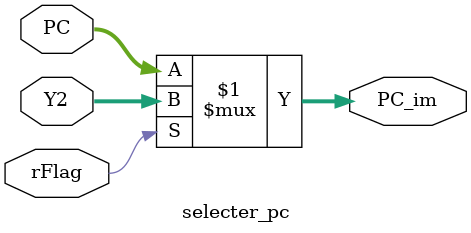
<source format=v>
module selecter_pc (
    input [15:0] Y2,
    input [15:0] PC,
    input rFlag,
    output [15:0] PC_im
);
    assign PC_im = (rFlag) ? Y2 : PC;
endmodule
</source>
